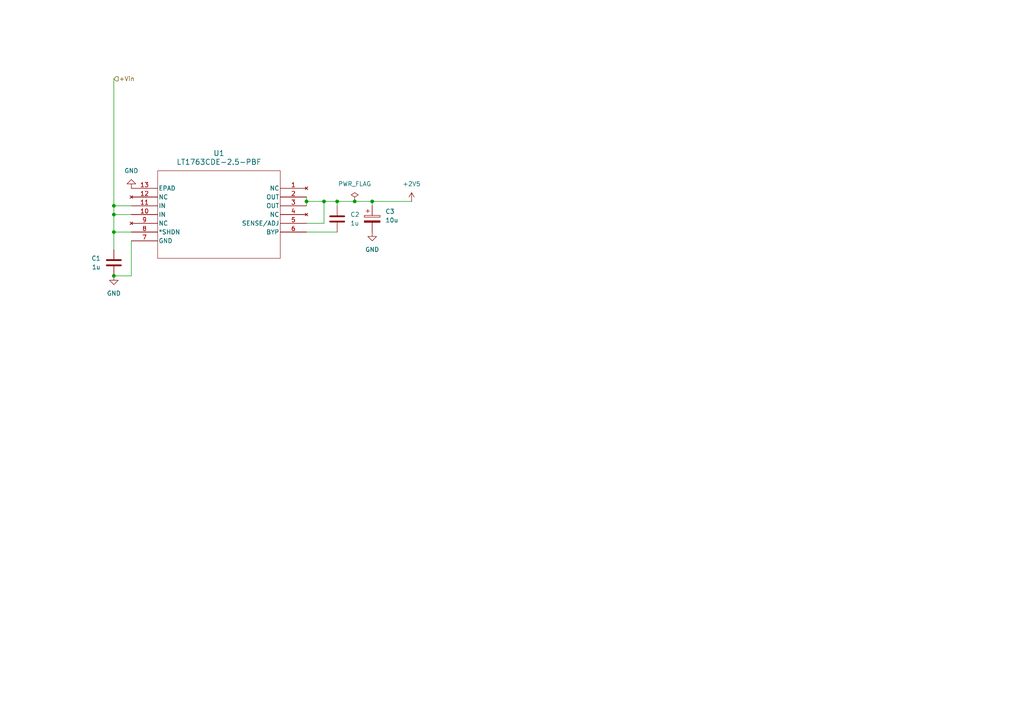
<source format=kicad_sch>
(kicad_sch (version 20231120) (generator "eeschema") (generator_version "8.0")
  (paper "A4")
  (lib_symbols
    (symbol "Device:C" (pin_numbers hide) (pin_names (offset 0.254))
      (property "Reference" "C" (at 0.635 2.54 0))
      (property "Value" "C" (at 0.635 -2.54 0))
      (symbol "C_0_1"
        (polyline (pts (xy -2.032 -0.762) (xy 2.032 -0.762)) (stroke (width 0.508)))
        (polyline (pts (xy -2.032 0.762) (xy 2.032 0.762)) (stroke (width 0.508)))
      )
      (symbol "C_1_1"
        (pin passive line (at 0 3.81 270) (length 2.794) (name "~") (number "1"))
        (pin passive line (at 0 -3.81 90) (length 2.794) (name "~") (number "2"))
      )
    )
    (symbol "Device:C_Polarized" (pin_numbers hide) (pin_names (offset 0.254))
      (property "Reference" "C" (at 0.635 2.54 0))
      (property "Value" "C_Polarized" (at 0.635 -2.54 0))
      (symbol "C_Polarized_0_1"
        (rectangle (start -2.286 0.508) (end 2.286 1.016))
        (polyline (pts (xy -1.778 2.286) (xy -0.762 2.286)))
        (polyline (pts (xy -1.27 2.794) (xy -1.27 1.778)))
        (rectangle (start 2.286 -0.508) (end -2.286 -1.016) (fill (type outline)))
      )
      (symbol "C_Polarized_1_1"
        (pin passive line (at 0 3.81 270) (length 2.794) (name "~") (number "1"))
        (pin passive line (at 0 -3.81 90) (length 2.794) (name "~") (number "2"))
      )
    )
    (symbol "New_Library:LT1763CDE-2.5-PBF" (pin_names (offset 0.254))
      (property "Reference" "U" (at 25.4 10.16 0))
      (property "Value" "LT1763CDE-2.5-PBF" (at 25.4 7.62 0))
      (symbol "LT1763CDE-2.5-PBF_0_1"
        (polyline (pts (xy 7.62 -20.32) (xy 43.18 -20.32)) (stroke (width 0.127)))
        (polyline (pts (xy 7.62 5.08) (xy 7.62 -20.32)) (stroke (width 0.127)))
        (polyline (pts (xy 43.18 -20.32) (xy 43.18 5.08)) (stroke (width 0.127)))
        (polyline (pts (xy 43.18 5.08) (xy 7.62 5.08)) (stroke (width 0.127)))
        (pin no_connect line (at 0 0 0) (length 7.62) (name "NC") (number "1"))
        (pin input line (at 50.8 -7.62 180) (length 7.62) (name "IN") (number "10"))
        (pin input line (at 50.8 -5.08 180) (length 7.62) (name "IN") (number "11"))
        (pin no_connect line (at 50.8 -2.54 180) (length 7.62) (name "NC") (number "12"))
        (pin no_connect line (at 0 -7.62 0) (length 7.62) (name "NC") (number "4"))
        (pin bidirectional line (at 0 -10.16 0) (length 7.62) (name "SENSE/ADJ") (number "5"))
        (pin power_in line (at 50.8 -15.24 180) (length 7.62) (name "GND") (number "7"))
        (pin no_connect line (at 50.8 -10.16 180) (length 7.62) (name "NC") (number "9"))
      )
      (symbol "LT1763CDE-2.5-PBF_1_1"
        (pin passive line (at 50.8 0 180) (length 7.62) (name "EPAD") (number "13"))
        (pin passive line (at 0 -2.54 0) (length 7.62) (name "OUT") (number "2"))
        (pin passive line (at 0 -5.08 0) (length 7.62) (name "OUT") (number "3"))
        (pin passive line (at 0 -12.7 0) (length 7.62) (name "BYP") (number "6"))
        (pin passive line (at 50.8 -12.7 180) (length 7.62) (name "*SHDN") (number "8"))
      )
    )
    (symbol "power:+2V5" (power) (pin_numbers hide) (pin_names (offset 0) hide)
      (property "Value" "+2V5" (at 0 3.556 0))
      (symbol "+2V5_0_1"
        (polyline (pts (xy -0.762 1.27) (xy 0 2.54)))
        (polyline (pts (xy 0 0) (xy 0 2.54)))
        (polyline (pts (xy 0 2.54) (xy 0.762 1.27)))
      )
      (symbol "+2V5_1_1"
        (pin power_in line (at 0 0 90) (length 0) (name "~") (number "1"))
      )
    )
    (symbol "power:GND" (power) (pin_numbers hide) (pin_names (offset 0) hide)
      (property "Value" "GND" (at 0 -3.81 0))
      (symbol "GND_0_1"
        (polyline (pts (xy 0 0) (xy 0 -1.27) (xy 1.27 -1.27) (xy 0 -2.54) (xy -1.27 -1.27) (xy 0 -1.27)))
      )
      (symbol "GND_1_1"
        (pin power_in line (at 0 0 270) (length 0) (name "~") (number "1"))
      )
    )
    (symbol "power:PWR_FLAG" (power) (pin_numbers hide) (pin_names (offset 0) hide)
      (property "Value" "PWR_FLAG" (at 0 3.81 0))
      (symbol "PWR_FLAG_0_0"
        (pin power_out line (at 0 0 90) (length 0) (name "~") (number "1"))
      )
      (symbol "PWR_FLAG_0_1"
        (polyline (pts (xy 0 0) (xy 0 1.27) (xy -1.016 1.905) (xy 0 2.54) (xy 1.016 1.905) (xy 0 1.27)))
      )
    )
  )
  (junction (at 97.79 58.42))
  (junction (at 33.02 67.31))
  (junction (at 107.95 58.42))
  (junction (at 33.02 59.69))
  (junction (at 88.9 58.42))
  (junction (at 93.98 58.42))
  (junction (at 33.02 80.01))
  (junction (at 102.87 58.42))
  (junction (at 33.02 62.23))
  (wire (pts (xy 38.1 80.01) (xy 38.1 69.85)))
  (wire (pts (xy 88.9 64.77) (xy 93.98 64.77)))
  (wire (pts (xy 33.02 62.23) (xy 33.02 67.31)))
  (wire (pts (xy 33.02 59.69) (xy 33.02 62.23)))
  (wire (pts (xy 97.79 58.42) (xy 102.87 58.42)))
  (wire (pts (xy 33.02 80.01) (xy 38.1 80.01)))
  (wire (pts (xy 107.95 58.42) (xy 107.95 59.69)))
  (wire (pts (xy 33.02 22.86) (xy 33.02 59.69)))
  (wire (pts (xy 88.9 57.15) (xy 88.9 58.42)))
  (wire (pts (xy 88.9 58.42) (xy 93.98 58.42)))
  (wire (pts (xy 97.79 58.42) (xy 97.79 59.69)))
  (wire (pts (xy 102.87 58.42) (xy 107.95 58.42)))
  (wire (pts (xy 88.9 67.31) (xy 97.79 67.31)))
  (wire (pts (xy 33.02 67.31) (xy 33.02 72.39)))
  (wire (pts (xy 88.9 58.42) (xy 88.9 59.69)))
  (wire (pts (xy 93.98 58.42) (xy 97.79 58.42)))
  (wire (pts (xy 93.98 64.77) (xy 93.98 58.42)))
  (wire (pts (xy 33.02 67.31) (xy 38.1 67.31)))
  (wire (pts (xy 33.02 62.23) (xy 38.1 62.23)))
  (wire (pts (xy 33.02 59.69) (xy 38.1 59.69)))
  (wire (pts (xy 107.95 58.42) (xy 119.38 58.42)))
  (hierarchical_label "+Vin" (shape input) (at 33.02 22.86 0))
  (symbol (lib_id "power:+2V5") (at 119.38 58.42 0) (unit 1)
    (property "Reference" "#PWR05" (effects (hide yes)))
    (property "Value" "+2V5" (at 119.38 53.34 0))
    (property "Description" "Power symbol creates a global label with name \"+2V5\"" (effects (hide yes)))
  )
  (symbol (lib_id "New_Library:LT1763CDE-2.5-PBF") (at 88.9 54.61 0) (mirror y) (unit 1)
    (property "Reference" "U1" (at 63.5 44.45 0) (effects (font (size 1.524 1.524))))
    (property "Value" "LT1763CDE-2.5-PBF" (at 63.5 46.99 0) (effects (font (size 1.524 1.524))))
    (property "Footprint" "Library:LT1763" (effects (hide yes)))
    (property "Datasheet" "LT1763CDE-2.5-PBF" (effects (hide yes)))
  )
  (symbol (lib_id "Device:C") (at 33.02 76.2 0) (mirror y) (unit 1)
    (property "Reference" "C1" (at 29.21 74.9299 0) (effects (justify left)))
    (property "Value" "1u" (at 29.21 77.4699 0) (effects (justify left)))
    (property "Footprint" "Capacitor_SMD:C_1206_3216Metric" (effects (hide yes)))
    (property "Description" "Unpolarized capacitor" (effects (hide yes)))
  )
  (symbol (lib_id "Device:C_Polarized") (at 107.95 63.5 0) (unit 1)
    (property "Reference" "C3" (at 111.76 61.3409 0) (effects (justify left)))
    (property "Value" "10u" (at 111.76 63.8809 0) (effects (justify left)))
    (property "Footprint" "Capacitor_SMD:CP_Elec_5x4.5" (effects (hide yes)))
    (property "Description" "Polarized capacitor" (effects (hide yes)))
  )
  (symbol (lib_id "power:GND") (at 107.95 67.31 0) (unit 1)
    (property "Reference" "#PWR06" (effects (hide yes)))
    (property "Value" "GND" (at 107.95 72.39 0))
    (property "Description" "Power symbol creates a global label with name \"GND\" , ground" (effects (hide yes)))
  )
  (symbol (lib_id "power:GND") (at 38.1 54.61 180) (unit 1)
    (property "Reference" "#PWR04" (effects (hide yes)))
    (property "Value" "GND" (at 38.1 49.53 0))
    (property "Description" "Power symbol creates a global label with name \"GND\" , ground" (effects (hide yes)))
  )
  (symbol (lib_id "power:PWR_FLAG") (at 102.87 58.42 0) (unit 1)
    (property "Reference" "#FLG03" (effects (hide yes)))
    (property "Value" "PWR_FLAG" (at 102.87 53.34 0))
    (property "Description" "Special symbol for telling ERC where power comes from" (effects (hide yes)))
  )
  (symbol (lib_id "Device:C") (at 97.79 63.5 0) (unit 1)
    (property "Reference" "C2" (at 101.6 62.2299 0) (effects (justify left)))
    (property "Value" "1u" (at 101.6 64.7699 0) (effects (justify left)))
    (property "Footprint" "Capacitor_SMD:C_1206_3216Metric" (effects (hide yes)))
    (property "Description" "Unpolarized capacitor" (effects (hide yes)))
  )
  (symbol (lib_id "power:GND") (at 33.02 80.01 0) (unit 1)
    (property "Reference" "#PWR03" (effects (hide yes)))
    (property "Value" "GND" (at 33.02 85.09 0))
    (property "Description" "Power symbol creates a global label with name \"GND\" , ground" (effects (hide yes)))
  )
)
</source>
